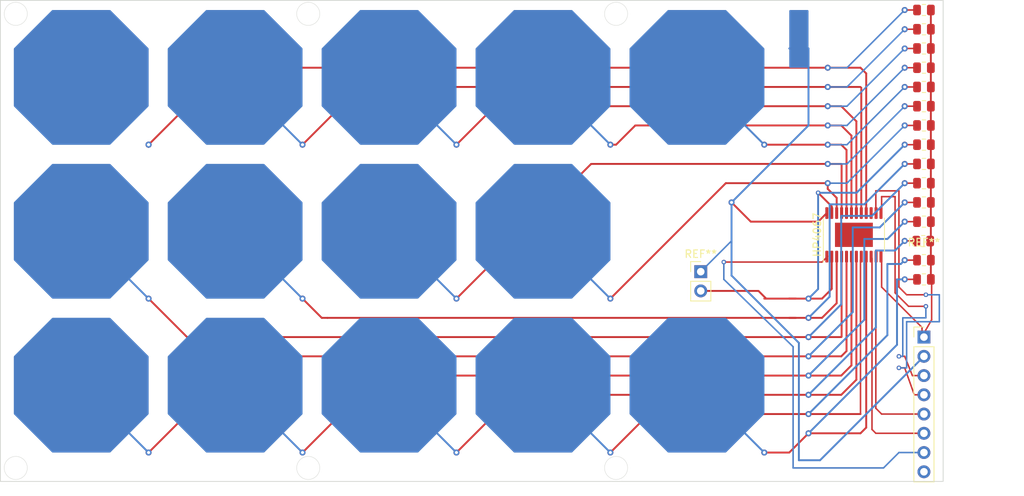
<source format=kicad_pcb>
(kicad_pcb (version 20221018) (generator pcbnew)
  (layers (0 "F.Cu" signal) (31 "B.Cu" signal) (34 "B.Paste" user) (35 "F.Paste" user) (36 "B.SilkS" user "B.Silkscreen") (37 "F.SilkS" user "F.Silkscreen") (38 "B.Mask" user) (39 "F.Mask" user) (44 "Edge.Cuts" user))
  (net 0 "")
  (footprint "Resistor_SMD:R_0805_2012Metric" (layer "F.Cu") (at 223.52 73.66 180)
    (fp_text reference "REF**" hide)
    (fp_text value "R_0805_2012Metric" hide)
    (fp_line (start -0.227064 -0.735) (end 0.227064 -0.735) (stroke (width 0.12)) (layer "F.SilkS"))
    (fp_line (start -0.227064 0.735) (end 0.227064 0.735) (stroke (width 0.12)) (layer "F.SilkS"))
    (pad "1" smd roundrect (at -0.9125 0 180) (size 1.025 1.4) (layers "F.Cu" "F.Paste" "F.Mask") (roundrect_rratio 0.243902439))
    (pad "2" smd roundrect (at 0.9125 0 180) (size 1.025 1.4) (layers "F.Cu" "F.Paste" "F.Mask") (roundrect_rratio 0.243902439))
  )
  (footprint "Resistor_SMD:R_0805_2012Metric" (layer "F.Cu") (at 223.52 78.74 180)
    (fp_text reference "REF**" hide)
    (fp_text value "R_0805_2012Metric" hide)
    (fp_line (start -0.227064 -0.735) (end 0.227064 -0.735) (stroke (width 0.12)) (layer "F.SilkS"))
    (fp_line (start -0.227064 0.735) (end 0.227064 0.735) (stroke (width 0.12)) (layer "F.SilkS"))
    (pad "1" smd roundrect (at -0.9125 0 180) (size 1.025 1.4) (layers "F.Cu" "F.Paste" "F.Mask") (roundrect_rratio 0.243902439))
    (pad "2" smd roundrect (at 0.9125 0 180) (size 1.025 1.4) (layers "F.Cu" "F.Paste" "F.Mask") (roundrect_rratio 0.243902439))
  )
  (footprint "Resistor_SMD:R_0805_2012Metric" (layer "F.Cu") (at 223.52 68.58 180)
    (fp_text reference "REF**" hide)
    (fp_text value "R_0805_2012Metric" hide)
    (fp_line (start -0.227064 -0.735) (end 0.227064 -0.735) (stroke (width 0.12)) (layer "F.SilkS"))
    (fp_line (start -0.227064 0.735) (end 0.227064 0.735) (stroke (width 0.12)) (layer "F.SilkS"))
    (pad "1" smd roundrect (at -0.9125 0 180) (size 1.025 1.4) (layers "F.Cu" "F.Paste" "F.Mask") (roundrect_rratio 0.243902439))
    (pad "2" smd roundrect (at 0.9125 0 180) (size 1.025 1.4) (layers "F.Cu" "F.Paste" "F.Mask") (roundrect_rratio 0.243902439))
  )
  (footprint "Resistor_SMD:R_0805_2012Metric" (layer "F.Cu") (at 223.52 86.36 180)
    (fp_text reference "REF**" hide)
    (fp_text value "R_0805_2012Metric" hide)
    (fp_line (start -0.227064 -0.735) (end 0.227064 -0.735) (stroke (width 0.12)) (layer "F.SilkS"))
    (fp_line (start -0.227064 0.735) (end 0.227064 0.735) (stroke (width 0.12)) (layer "F.SilkS"))
    (pad "1" smd roundrect (at -0.9125 0 180) (size 1.025 1.4) (layers "F.Cu" "F.Paste" "F.Mask") (roundrect_rratio 0.243902439))
    (pad "2" smd roundrect (at 0.9125 0 180) (size 1.025 1.4) (layers "F.Cu" "F.Paste" "F.Mask") (roundrect_rratio 0.243902439))
  )
  (footprint "Connector_PinHeader_2.54mm:PinHeader_1x08_P2.54mm_Vertical" (layer "F.Cu") (at 223.52 96.52)
    (fp_text reference "REF**" (at 0 -12.49) (layer "F.SilkS"))
    (fp_text value "PinHeader_1x08_P2.54mm_Vertical")
    (fp_line (start -1.33 -1.33) (end 0 -1.33) (stroke (width 0.12)) (layer "F.SilkS"))
    (fp_line (start -1.33 0) (end -1.33 -1.33) (stroke (width 0.12)) (layer "F.SilkS"))
    (fp_line (start -1.33 1.27) (end -1.33 19.11) (stroke (width 0.12)) (layer "F.SilkS"))
    (fp_line (start -1.33 1.27) (end 1.33 1.27) (stroke (width 0.12)) (layer "F.SilkS"))
    (fp_line (start -1.33 19.11) (end 1.33 19.11) (stroke (width 0.12)) (layer "F.SilkS"))
    (fp_line (start 1.33 1.27) (end 1.33 19.11) (stroke (width 0.12)) (layer "F.SilkS"))
    (pad "1" thru_hole rect (at 0 0) (size 1.7 1.7) (drill 1) (layers "*.Cu" "*.Mask"))
    (pad "2" thru_hole oval (at 0 2.54) (size 1.7 1.7) (drill 1) (layers "*.Cu" "*.Mask"))
    (pad "3" thru_hole oval (at 0 5.08) (size 1.7 1.7) (drill 1) (layers "*.Cu" "*.Mask"))
    (pad "4" thru_hole oval (at 0 7.62) (size 1.7 1.7) (drill 1) (layers "*.Cu" "*.Mask"))
    (pad "5" thru_hole oval (at 0 10.16) (size 1.7 1.7) (drill 1) (layers "*.Cu" "*.Mask"))
    (pad "6" thru_hole oval (at 0 12.7) (size 1.7 1.7) (drill 1) (layers "*.Cu" "*.Mask"))
    (pad "7" thru_hole oval (at 0 15.24) (size 1.7 1.7) (drill 1) (layers "*.Cu" "*.Mask"))
    (pad "8" thru_hole oval (at 0 17.78) (size 1.7 1.7) (drill 1) (layers "*.Cu" "*.Mask"))
  )
  (footprint "Resistor_SMD:R_0805_2012Metric" (layer "F.Cu") (at 223.52 58.42 180)
    (fp_text reference "REF**" hide)
    (fp_text value "R_0805_2012Metric" hide)
    (fp_line (start -0.227064 -0.735) (end 0.227064 -0.735) (stroke (width 0.12)) (layer "F.SilkS"))
    (fp_line (start -0.227064 0.735) (end 0.227064 0.735) (stroke (width 0.12)) (layer "F.SilkS"))
    (pad "1" smd roundrect (at -0.9125 0 180) (size 1.025 1.4) (layers "F.Cu" "F.Paste" "F.Mask") (roundrect_rratio 0.243902439))
    (pad "2" smd roundrect (at 0.9125 0 180) (size 1.025 1.4) (layers "F.Cu" "F.Paste" "F.Mask") (roundrect_rratio 0.243902439))
  )
  (footprint "Resistor_SMD:R_0805_2012Metric" (layer "F.Cu") (at 223.52 55.88 180)
    (fp_text reference "REF**" hide)
    (fp_text value "R_0805_2012Metric" hide)
    (fp_line (start -0.227064 -0.735) (end 0.227064 -0.735) (stroke (width 0.12)) (layer "F.SilkS"))
    (fp_line (start -0.227064 0.735) (end 0.227064 0.735) (stroke (width 0.12)) (layer "F.SilkS"))
    (pad "1" smd roundrect (at -0.9125 0 180) (size 1.025 1.4) (layers "F.Cu" "F.Paste" "F.Mask") (roundrect_rratio 0.243902439))
    (pad "2" smd roundrect (at 0.9125 0 180) (size 1.025 1.4) (layers "F.Cu" "F.Paste" "F.Mask") (roundrect_rratio 0.243902439))
  )
  (footprint "Resistor_SMD:R_0805_2012Metric" (layer "F.Cu") (at 223.52 76.2 180)
    (fp_text reference "REF**" hide)
    (fp_text value "R_0805_2012Metric" hide)
    (fp_line (start -0.227064 -0.735) (end 0.227064 -0.735) (stroke (width 0.12)) (layer "F.SilkS"))
    (fp_line (start -0.227064 0.735) (end 0.227064 0.735) (stroke (width 0.12)) (layer "F.SilkS"))
    (pad "1" smd roundrect (at -0.9125 0 180) (size 1.025 1.4) (layers "F.Cu" "F.Paste" "F.Mask") (roundrect_rratio 0.243902439))
    (pad "2" smd roundrect (at 0.9125 0 180) (size 1.025 1.4) (layers "F.Cu" "F.Paste" "F.Mask") (roundrect_rratio 0.243902439))
  )
  (footprint "Resistor_SMD:R_0805_2012Metric" (layer "F.Cu") (at 223.52 63.5 180)
    (fp_text reference "REF**" hide)
    (fp_text value "R_0805_2012Metric" hide)
    (fp_line (start -0.227064 -0.735) (end 0.227064 -0.735) (stroke (width 0.12)) (layer "F.SilkS"))
    (fp_line (start -0.227064 0.735) (end 0.227064 0.735) (stroke (width 0.12)) (layer "F.SilkS"))
    (pad "1" smd roundrect (at -0.9125 0 180) (size 1.025 1.4) (layers "F.Cu" "F.Paste" "F.Mask") (roundrect_rratio 0.243902439))
    (pad "2" smd roundrect (at 0.9125 0 180) (size 1.025 1.4) (layers "F.Cu" "F.Paste" "F.Mask") (roundrect_rratio 0.243902439))
  )
  (footprint "Resistor_SMD:R_0805_2012Metric" (layer "F.Cu") (at 223.52 71.12 180)
    (fp_text reference "REF**" hide)
    (fp_text value "R_0805_2012Metric" hide)
    (fp_line (start -0.227064 -0.735) (end 0.227064 -0.735) (stroke (width 0.12)) (layer "F.SilkS"))
    (fp_line (start -0.227064 0.735) (end 0.227064 0.735) (stroke (width 0.12)) (layer "F.SilkS"))
    (pad "1" smd roundrect (at -0.9125 0 180) (size 1.025 1.4) (layers "F.Cu" "F.Paste" "F.Mask") (roundrect_rratio 0.243902439))
    (pad "2" smd roundrect (at 0.9125 0 180) (size 1.025 1.4) (layers "F.Cu" "F.Paste" "F.Mask") (roundrect_rratio 0.243902439))
  )
  (footprint "Resistor_SMD:R_0805_2012Metric" (layer "F.Cu") (at 223.52 60.96 180)
    (fp_text reference "REF**" hide)
    (fp_text value "R_0805_2012Metric" hide)
    (fp_line (start -0.227064 -0.735) (end 0.227064 -0.735) (stroke (width 0.12)) (layer "F.SilkS"))
    (fp_line (start -0.227064 0.735) (end 0.227064 0.735) (stroke (width 0.12)) (layer "F.SilkS"))
    (pad "1" smd roundrect (at -0.9125 0 180) (size 1.025 1.4) (layers "F.Cu" "F.Paste" "F.Mask") (roundrect_rratio 0.243902439))
    (pad "2" smd roundrect (at 0.9125 0 180) (size 1.025 1.4) (layers "F.Cu" "F.Paste" "F.Mask") (roundrect_rratio 0.243902439))
  )
  (footprint "Connector_PinHeader_2.54mm:PinHeader_1x02_P2.54mm_Vertical" (layer "F.Cu") (at 194.056 87.884)
    (fp_text reference "REF**" (at 0 -2.33) (layer "F.SilkS"))
    (fp_text value "PinHeader_1x02_P2.54mm_Vertical")
    (fp_line (start -1.33 -1.33) (end 0 -1.33) (stroke (width 0.12)) (layer "F.SilkS"))
    (fp_line (start -1.33 0) (end -1.33 -1.33) (stroke (width 0.12)) (layer "F.SilkS"))
    (fp_line (start -1.33 1.27) (end -1.33 3.87) (stroke (width 0.12)) (layer "F.SilkS"))
    (fp_line (start -1.33 1.27) (end 1.33 1.27) (stroke (width 0.12)) (layer "F.SilkS"))
    (fp_line (start -1.33 3.87) (end 1.33 3.87) (stroke (width 0.12)) (layer "F.SilkS"))
    (fp_line (start 1.33 1.27) (end 1.33 3.87) (stroke (width 0.12)) (layer "F.SilkS"))
    (pad "1" thru_hole rect (at 0 0) (size 1.7 1.7) (drill 1) (layers "*.Cu" "F.Mask"))
    (pad "2" thru_hole oval (at 0 2.54) (size 1.7 1.7) (drill 1) (layers "*.Cu" "F.Mask"))
  )
  (footprint "Resistor_SMD:R_0805_2012Metric" (layer "F.Cu") (at 223.52 88.9 180)
    (fp_text reference "REF**" hide)
    (fp_text value "R_0805_2012Metric" hide)
    (fp_line (start -0.227064 -0.735) (end 0.227064 -0.735) (stroke (width 0.12)) (layer "F.SilkS"))
    (fp_line (start -0.227064 0.735) (end 0.227064 0.735) (stroke (width 0.12)) (layer "F.SilkS"))
    (pad "1" smd roundrect (at -0.9125 0 180) (size 1.025 1.4) (layers "F.Cu" "F.Paste" "F.Mask") (roundrect_rratio 0.243902439))
    (pad "2" smd roundrect (at 0.9125 0 180) (size 1.025 1.4) (layers "F.Cu" "F.Paste" "F.Mask") (roundrect_rratio 0.243902439))
  )
  (footprint "Resistor_SMD:R_0805_2012Metric" (layer "F.Cu") (at 223.429161 83.844423 180)
    (fp_text reference "REF**" hide)
    (fp_text value "R_0805_2012Metric" hide)
    (fp_line (start -0.227064 -0.735) (end 0.227064 -0.735) (stroke (width 0.12)) (layer "F.SilkS"))
    (fp_line (start -0.227064 0.735) (end 0.227064 0.735) (stroke (width 0.12)) (layer "F.SilkS"))
    (pad "1" smd roundrect (at -0.9125 0 180) (size 1.025 1.4) (layers "F.Cu" "F.Paste" "F.Mask") (roundrect_rratio 0.243902439))
    (pad "2" smd roundrect (at 0.9125 0 180) (size 1.025 1.4) (layers "F.Cu" "F.Paste" "F.Mask") (roundrect_rratio 0.243902439))
  )
  (footprint "Resistor_SMD:R_0805_2012Metric" (layer "F.Cu") (at 223.52 66.04 180)
    (fp_text reference "REF**" hide)
    (fp_text value "R_0805_2012Metric" hide)
    (fp_line (start -0.227064 -0.735) (end 0.227064 -0.735) (stroke (width 0.12)) (layer "F.SilkS"))
    (fp_line (start -0.227064 0.735) (end 0.227064 0.735) (stroke (width 0.12)) (layer "F.SilkS"))
    (pad "1" smd roundrect (at -0.9125 0 180) (size 1.025 1.4) (layers "F.Cu" "F.Paste" "F.Mask") (roundrect_rratio 0.243902439))
    (pad "2" smd roundrect (at 0.9125 0 180) (size 1.025 1.4) (layers "F.Cu" "F.Paste" "F.Mask") (roundrect_rratio 0.243902439))
  )
  (footprint "Package_SO:HTSSOP-24-1EP_4.4x7.8mm_P0.65mm_EP3.2x5mm" (layer "F.Cu") (at 214.275 83.02 90)
    (fp_text reference "HP4067" (at 0 -4.85 90) (layer "F.SilkS"))
    (fp_text value "HTSSOP-24-1EP_4.4x7.8mm_P0.65mm_EP3.2x5mm" hide)
    (fp_line (start 0 -4.035) (end -3.65 -4.035) (stroke (width 0.12)) (layer "F.SilkS"))
    (fp_line (start 0 -4.035) (end 2.2 -4.035) (stroke (width 0.12)) (layer "F.SilkS"))
    (fp_line (start 0 4.035) (end -2.2 4.035) (stroke (width 0.12)) (layer "F.SilkS"))
    (fp_line (start 0 4.035) (end 2.2 4.035) (stroke (width 0.12)) (layer "F.SilkS"))
    (pad "1" smd roundrect (at -2.875 -3.575 90) (size 1.55 0.4) (layers "F.Cu" "F.Paste" "F.Mask"))
    (pad "2" smd roundrect (at -2.875 -2.925 90) (size 1.55 0.4) (layers "F.Cu" "F.Paste" "F.Mask"))
    (pad "3" smd roundrect (at -2.875 -2.275 90) (size 1.55 0.4) (layers "F.Cu" "F.Paste" "F.Mask"))
    (pad "4" smd roundrect (at -2.875 -1.625 90) (size 1.55 0.4) (layers "F.Cu" "F.Paste" "F.Mask"))
    (pad "5" smd roundrect (at -2.875 -0.975 90) (size 1.55 0.4) (layers "F.Cu" "F.Paste" "F.Mask"))
    (pad "6" smd roundrect (at -2.875 -0.325 90) (size 1.55 0.4) (layers "F.Cu" "F.Paste" "F.Mask"))
    (pad "7" smd roundrect (at -2.875 0.325 90) (size 1.55 0.4) (layers "F.Cu" "F.Paste" "F.Mask"))
    (pad "8" smd roundrect (at -2.875 0.975 90) (size 1.55 0.4) (layers "F.Cu" "F.Paste" "F.Mask"))
    (pad "9" smd roundrect (at -2.875 1.625 90) (size 1.55 0.4) (layers "F.Cu" "F.Paste" "F.Mask"))
    (pad "10" smd roundrect (at -2.875 2.275 90) (size 1.55 0.4) (layers "F.Cu" "F.Paste" "F.Mask"))
    (pad "11" smd roundrect (at -2.875 2.925 90) (size 1.55 0.4) (layers "F.Cu" "F.Paste" "F.Mask"))
    (pad "12" smd roundrect (at -2.875 3.575 90) (size 1.55 0.4) (layers "F.Cu" "F.Paste" "F.Mask"))
    (pad "13" smd roundrect (at 2.875 3.575 90) (size 1.55 0.4) (layers "F.Cu" "F.Paste" "F.Mask"))
    (pad "14" smd roundrect (at 2.875 2.925 90) (size 1.55 0.4) (layers "F.Cu" "F.Paste" "F.Mask"))
    (pad "15" smd roundrect (at 2.875 2.275 90) (size 1.55 0.4) (layers "F.Cu" "F.Paste" "F.Mask"))
    (pad "16" smd roundrect (at 2.875 1.625 90) (size 1.55 0.4) (layers "F.Cu" "F.Paste" "F.Mask"))
    (pad "17" smd roundrect (at 2.875 0.975 90) (size 1.55 0.4) (layers "F.Cu" "F.Paste" "F.Mask"))
    (pad "18" smd roundrect (at 2.875 0.325 90) (size 1.55 0.4) (layers "F.Cu" "F.Paste" "F.Mask"))
    (pad "19" smd roundrect (at 2.875 -0.325 90) (size 1.55 0.4) (layers "F.Cu" "F.Paste" "F.Mask"))
    (pad "20" smd roundrect (at 2.875 -0.975 90) (size 1.55 0.4) (layers "F.Cu" "F.Paste" "F.Mask"))
    (pad "21" smd roundrect (at 2.875 -1.625 90) (size 1.55 0.4) (layers "F.Cu" "F.Paste" "F.Mask"))
    (pad "22" smd roundrect (at 2.875 -2.275 90) (size 1.55 0.4) (layers "F.Cu" "F.Paste" "F.Mask"))
    (pad "23" smd roundrect (at 2.875 -2.925 90) (size 1.55 0.4) (layers "F.Cu" "F.Paste" "F.Mask"))
    (pad "24" smd roundrect (at 2.875 -3.575 90) (size 1.55 0.4) (layers "F.Cu" "F.Paste" "F.Mask"))
    (pad "25" smd rect (at 0 0 90) (size 3.2 5) (layers "F.Cu" "F.Mask"))
  )
  (footprint "Resistor_SMD:R_0805_2012Metric" (layer "F.Cu") (at 223.52 81.28 180)
    (fp_text reference "REF**" hide)
    (fp_text value "R_0805_2012Metric" hide)
    (fp_line (start -0.227064 -0.735) (end 0.227064 -0.735) (stroke (width 0.12)) (layer "F.SilkS"))
    (fp_line (start -0.227064 0.735) (end 0.227064 0.735) (stroke (width 0.12)) (layer "F.SilkS"))
    (pad "1" smd roundrect (at -0.9125 0 180) (size 1.025 1.4) (layers "F.Cu" "F.Paste" "F.Mask") (roundrect_rratio 0.243902439))
    (pad "2" smd roundrect (at 0.9125 0 180) (size 1.025 1.4) (layers "F.Cu" "F.Paste" "F.Mask") (roundrect_rratio 0.243902439))
  )
  (footprint "Resistor_SMD:R_0805_2012Metric" (layer "F.Cu") (at 223.52 53.34 180)
    (fp_text reference "REF**" hide)
    (fp_text value "R_0805_2012Metric" hide)
    (fp_line (start -0.227064 -0.735) (end 0.227064 -0.735) (stroke (width 0.12)) (layer "F.SilkS"))
    (fp_line (start -0.227064 0.735) (end 0.227064 0.735) (stroke (width 0.12)) (layer "F.SilkS"))
    (pad "1" smd roundrect (at -0.9125 0 180) (size 1.025 1.4) (layers "F.Cu" "F.Paste" "F.Mask") (roundrect_rratio 0.243902439))
    (pad "2" smd roundrect (at 0.9125 0 180) (size 1.025 1.4) (layers "F.Cu" "F.Paste" "F.Mask") (roundrect_rratio 0.243902439))
  )
  (gr_line (start 220.218 77.216) (end 220.218 89.916) (stroke (width 0.2)) (layer "F.Cu"))
  (gr_line (start 224.536 94.234) (end 223.52 96.012) (stroke (width 0.2)) (layer "F.Cu"))
  (gr_line (start 223.266 95.25) (end 223.266 95.758) (stroke (width 0.2)) (layer "F.Cu"))
  (gr_line (start 220.98 58.42) (end 222.758 58.42) (stroke (width 0.2)) (layer "F.Cu"))
  (gr_line (start 220.98 73.66) (end 222.504 73.66) (stroke (width 0.2)) (layer "F.Cu"))
  (gr_line (start 217.17 77.216) (end 220.218 77.216) (stroke (width 0.2)) (layer "F.Cu"))
  (gr_line (start 220.98 66.04) (end 222.504 66.04) (stroke (width 0.2)) (layer "F.Cu"))
  (gr_line (start 220.98 76.2) (end 222.504 76.2) (stroke (width 0.2)) (layer "F.Cu"))
  (gr_line (start 224.536 89.408) (end 224.536 94.234) (stroke (width 0.2)) (layer "F.Cu"))
  (gr_line (start 221.234 90.932) (end 223.266 90.932) (stroke (width 0.2)) (layer "F.Cu"))
  (gr_line (start 197.104 86.614) (end 210.058 86.614) (stroke (width 0.2)) (layer "F.Cu"))
  (gr_line (start 219.71 90.678) (end 219.71 77.978) (stroke (width 0.2)) (layer "F.Cu"))
  (gr_line (start 220.98 100.584) (end 222.25 104.14) (stroke (width 0.2)) (layer "F.Cu"))
  (gr_line (start 220.218 89.916) (end 221.234 90.932) (stroke (width 0.2)) (layer "F.Cu"))
  (gr_line (start 222.25 104.14) (end 223.52 104.14) (stroke (width 0.2)) (layer "F.Cu"))
  (gr_line (start 220.98 71.12) (end 222.504 71.12) (stroke (width 0.2)) (layer "F.Cu"))
  (gr_line (start 220.98 53.34) (end 222.504 53.34) (stroke (width 0.2)) (layer "F.Cu"))
  (gr_line (start 220.98 68.58) (end 222.504 68.58) (stroke (width 0.2)) (layer "F.Cu"))
  (gr_line (start 220.218 99.06) (end 220.98 99.06) (stroke (width 0.2)) (layer "F.Cu"))
  (gr_line (start 217.17 86.106) (end 217.17 105.918) (stroke (width 0.2)) (layer "F.Cu"))
  (gr_line (start 217.17 80.01) (end 217.17 77.216) (stroke (width 0.2)) (layer "F.Cu"))
  (gr_line (start 219.71 77.978) (end 217.932 77.978) (stroke (width 0.2)) (layer "F.Cu"))
  (gr_line (start 220.98 99.06) (end 221.996 101.6) (stroke (width 0.2)) (layer "F.Cu"))
  (gr_line (start 210.058 86.614) (end 210.82 85.852) (stroke (width 0.2)) (layer "F.Cu"))
  (gr_line (start 221.234 88.9) (end 222.504 88.9) (stroke (width 0.2)) (layer "F.Cu"))
  (gr_line (start 220.98 81.28) (end 222.504 81.28) (stroke (width 0.2)) (layer "F.Cu"))
  (gr_line (start 216.662 86.106) (end 216.662 108.712) (stroke (width 0.2)) (layer "F.Cu"))
  (gr_line (start 217.932 89.916) (end 223.266 95.25) (stroke (width 0.2)) (layer "F.Cu"))
  (gr_line (start 220.98 63.5) (end 222.504 63.5) (stroke (width 0.2)) (layer "F.Cu"))
  (gr_line (start 221.488 92.456) (end 219.71 90.678) (stroke (width 0.2)) (layer "F.Cu"))
  (gr_line (start 220.98 78.74) (end 222.504 78.74) (stroke (width 0.2)) (layer "F.Cu"))
  (gr_line (start 220.98 83.82) (end 222.504 83.82) (stroke (width 0.2)) (layer "F.Cu"))
  (gr_line (start 220.98 55.88) (end 222.504 55.88) (stroke (width 0.2)) (layer "F.Cu"))
  (gr_line (start 217.932 106.68) (end 223.266 106.68) (stroke (width 0.2)) (layer "F.Cu"))
  (gr_line (start 217.17 109.22) (end 223.012 109.22) (stroke (width 0.2)) (layer "F.Cu"))
  (gr_line (start 217.932 77.978) (end 217.932 79.502) (stroke (width 0.2)) (layer "F.Cu"))
  (gr_line (start 221.996 101.6) (end 223.52 101.6) (stroke (width 0.2)) (layer "F.Cu"))
  (gr_line (start 223.266 90.932) (end 223.774 90.932) (stroke (width 0.2)) (layer "F.Cu"))
  (gr_line (start 220.98 86.36) (end 222.504 86.36) (stroke (width 0.2)) (layer "F.Cu"))
  (gr_line (start 215.145 86.36) (end 215.145 106.68) (stroke (width 0.2)) (layer "F.Cu"))
  (gr_line (start 217.932 86.106) (end 217.932 89.916) (stroke (width 0.2)) (layer "F.Cu"))
  (gr_line (start 220.218 100.584) (end 220.98 100.584) (stroke (width 0.2)) (layer "F.Cu"))
  (gr_line (start 223.774 92.456) (end 221.488 92.456) (stroke (width 0.2)) (layer "F.Cu"))
  (gr_line (start 220.98 60.96) (end 222.504 60.96) (stroke (width 0.2)) (layer "F.Cu"))
  (gr_line (start 217.17 105.918) (end 217.932 106.68) (stroke (width 0.2)) (layer "F.Cu"))
  (gr_line (start 216.662 108.712) (end 217.17 109.22) (stroke (width 0.2)) (layer "F.Cu"))
  (gr_line (start 206.248 97.79) (end 206.248 113.792) (stroke (width 0.2)) (layer "B.Cu"))
  (gr_line (start 213.36 73.66) (end 220.98 66.04) (stroke (width 0.2)) (layer "B.Cu"))
  (gr_line (start 225.552 90.932) (end 225.552 94.488) (stroke (width 0.2)) (layer "B.Cu"))
  (gr_line (start 213.36 66.04) (end 210.82 66.04) (stroke (width 0.2)) (layer "B.Cu"))
  (gr_line (start 220.98 63.5) (end 213.36 71.12) (stroke (width 0.2)) (layer "B.Cu"))
  (gr_line (start 206.248 113.792) (end 218.186 113.792) (stroke (width 0.2)) (layer "B.Cu"))
  (gr_line (start 213.36 63.5) (end 210.82 63.5) (stroke (width 0.2)) (layer "B.Cu"))
  (gr_line (start 220.726 99.06) (end 220.218 99.06) (stroke (width 0.2)) (layer "B.Cu"))
  (gr_line (start 210.82 73.66) (end 213.36 73.66) (stroke (width 0.2)) (layer "B.Cu"))
  (gr_line (start 218.186 113.792) (end 220.218 111.76) (stroke (width 0.2)) (layer "B.Cu"))
  (gr_line (start 225.552 94.488) (end 221.234 94.488) (stroke (width 0.2)) (layer "B.Cu"))
  (gr_line (start 221.234 100.584) (end 220.218 100.584) (stroke (width 0.2)) (layer "B.Cu"))
  (gr_line (start 220.98 58.42) (end 213.36 66.04) (stroke (width 0.2)) (layer "B.Cu"))
  (gr_line (start 223.774 92.456) (end 223.774 93.98) (stroke (width 0.2)) (layer "B.Cu"))
  (gr_line (start 213.36 71.12) (end 210.82 71.12) (stroke (width 0.2)) (layer "B.Cu"))
  (gr_line (start 223.774 90.932) (end 225.552 90.932) (stroke (width 0.2)) (layer "B.Cu"))
  (gr_line (start 213.36 76.2) (end 220.98 68.58) (stroke (width 0.2)) (layer "B.Cu"))
  (gr_line (start 220.98 60.96) (end 213.36 68.58) (stroke (width 0.2)) (layer "B.Cu"))
  (gr_line (start 210.82 76.2) (end 213.36 76.2) (stroke (width 0.2)) (layer "B.Cu"))
  (gr_line (start 197.104 88.9) (end 206.248 97.79) (stroke (width 0.2)) (layer "B.Cu"))
  (gr_line (start 223.774 93.98) (end 220.726 93.98) (stroke (width 0.2)) (layer "B.Cu"))
  (gr_line (start 220.218 111.76) (end 223.52 111.76) (stroke (width 0.2)) (layer "B.Cu"))
  (gr_line (start 220.726 93.98) (end 220.726 99.06) (stroke (width 0.2)) (layer "B.Cu"))
  (gr_line (start 213.36 60.96) (end 210.82 60.96) (stroke (width 0.2)) (layer "B.Cu"))
  (gr_line (start 220.98 55.88) (end 213.36 63.5) (stroke (width 0.2)) (layer "B.Cu"))
  (gr_line (start 197.104 86.614) (end 197.104 88.9) (stroke (width 0.2)) (layer "B.Cu"))
  (gr_line (start 221.234 94.488) (end 221.234 100.584) (stroke (width 0.2)) (layer "B.Cu"))
  (gr_line (start 220.98 53.34) (end 213.36 60.96) (stroke (width 0.2)) (layer "B.Cu"))
  (gr_line (start 213.36 68.58) (end 210.82 68.58) (stroke (width 0.2)) (layer "B.Cu"))
  (gr_circle (center 182.88 53.848) (end 182.88 55.372) (stroke (width 0.05)) (fill none) (layer "Edge.Cuts"))
  (gr_circle (center 182.88 113.792) (end 182.88 115.316) (stroke (width 0.05)) (fill none) (layer "Edge.Cuts"))
  (gr_circle (center 103.632 53.848) (end 103.632 55.372) (stroke (width 0.05)) (fill none) (layer "Edge.Cuts"))
  (gr_circle (center 103.632 113.792) (end 103.632 115.316) (stroke (width 0.05)) (fill none) (layer "Edge.Cuts"))
  (gr_rect (start 101.6 52.07) (end 226.06 115.57) (stroke (width 0.1)) (fill none) (layer "Edge.Cuts"))
  (gr_circle (center 142.24 53.848) (end 142.24 55.372) (stroke (width 0.05)) (fill none) (layer "Edge.Cuts"))
  (gr_circle (center 142.24 113.792) (end 142.24 115.316) (stroke (width 0.05)) (fill none) (layer "Edge.Cuts"))
  (segment (start 213.3 71.815) (end 212.605 71.12) (width 0.25) (layer "F.Cu") (net 0))
  (segment (start 213.95 100.255) (end 212.605 101.6) (width 0.25) (layer "F.Cu") (net 0))
  (segment (start 215.9 80.145) (end 215.9 61.715) (width 0.25) (layer "F.Cu") (net 0))
  (segment (start 223.197875 96.197875) (end 223.52 96.52) (width 0) (layer "F.Cu") (net 0))
  (segment (start 206.6125 91.44) (end 205.74 91.44) (width 0.25) (layer "F.Cu") (net 0))
  (segment (start 216.55 108.6) (end 216.55 85.895) (width 0) (layer "F.Cu") (net 0))
  (segment (start 209.981 86.614) (end 210.7 85.895) (width 0) (layer "F.Cu") (net 0))
  (segment (start 215.145 106.68) (end 213.5175 106.68) (width 0) (layer "F.Cu") (net 0))
  (segment (start 217.2 105.888) (end 217.17 105.918) (width 0) (layer "F.Cu") (net 0))
  (segment (start 213.3 98.365) (end 213.3 85.895) (width 0.25) (layer "F.Cu") (net 0))
  (segment (start 214.6 102.145) (end 212.605 104.14) (width 0.25) (layer "F.Cu") (net 0))
  (segment (start 219.71 90.678) (end 221.488 92.456) (width 0) (layer "F.Cu") (net 0))
  (segment (start 166.885 66.04) (end 161.805 71.12) (width 0.25) (layer "F.Cu") (net 0))
  (segment (start 208.28 106.68) (end 208.4375 106.68) (width 0.25) (layer "F.Cu") (net 0))
  (segment (start 223.52 109.22) (end 217.17 109.22) (width 0) (layer "F.Cu") (net 0))
  (segment (start 208.28 93.98) (end 205.74 93.98) (width 0.25) (layer "F.Cu") (net 0))
  (segment (start 210.82 66.04) (end 166.885 66.04) (width 0.25) (layer "F.Cu") (net 0))
  (segment (start 202.692 91.44) (end 202.445 91.44) (width 0.25) (layer "F.Cu") (net 0))
  (segment (start 212.605 99.06) (end 213.3 98.365) (width 0.25) (layer "F.Cu") (net 0))
  (segment (start 224.4325 53.34) (end 224.4325 55.88) (width 0) (layer "F.Cu") (net 0))
  (segment (start 213.3 80.145) (end 213.3 71.815) (width 0.25) (layer "F.Cu") (net 0))
  (segment (start 210.82 76.955) (end 210.82 76.2) (width 0.25) (layer "F.Cu") (net 0))
  (segment (start 208.28 101.6) (end 151.645 101.6) (width 0.25) (layer "F.Cu") (net 0))
  (segment (start 217.85 78.06) (end 217.932 77.978) (width 0) (layer "F.Cu") (net 0))
  (segment (start 169.425 104.14) (end 161.805 111.76) (width 0.25) (layer "F.Cu") (net 0))
  (segment (start 208.28 109.22) (end 205.74 111.76) (width 0.25) (layer "F.Cu") (net 0))
  (segment (start 198.12 78.74) (end 200.66 81.28) (width 0.25) (layer "F.Cu") (net 0))
  (segment (start 208.28 96.52) (end 126.245 96.52) (width 0.25) (layer "F.Cu") (net 0))
  (segment (start 126.245 96.52) (end 121.165 91.44) (width 0.25) (layer "F.Cu") (net 0))
  (segment (start 202.692 91.44) (end 201.676 90.424) (width 0.25) (layer "F.Cu") (net 0))
  (segment (start 215.25 80.145) (end 215.25 63.605) (width 0.25) (layer "F.Cu") (net 0))
  (segment (start 212.605 104.14) (end 208.28 104.14) (width 0.25) (layer "F.Cu") (net 0))
  (segment (start 206.6125 96.52) (end 126.245 96.52) (width 0) (layer "F.Cu") (net 0))
  (segment (start 208.28 109.22) (end 215.145 109.22) (width 0.25) (layer "F.Cu") (net 0))
  (segment (start 224.4325 53.34) (end 224.4325 88.9) (width 0.25) (layer "F.Cu") (net 0))
  (segment (start 212 80.145) (end 212 78.135) (width 0.25) (layer "F.Cu") (net 0))
  (segment (start 208.28 93.98) (end 208.4375 93.98) (width 0.25) (layer "F.Cu") (net 0))
  (segment (start 208.28 91.44) (end 208.4375 91.44) (width 0.25) (layer "F.Cu") (net 0))
  (segment (start 215.25 106.575) (end 215.145 106.68) (width 0) (layer "F.Cu") (net 0))
  (segment (start 215.9 108.465) (end 215.9 85.895) (width 0.25) (layer "F.Cu") (net 0))
  (segment (start 212.605 68.58) (end 210.82 68.58) (width 0.25) (layer "F.Cu") (net 0))
  (segment (start 197.365 76.2) (end 182.125 91.44) (width 0.25) (layer "F.Cu") (net 0))
  (segment (start 206.6125 104.14) (end 169.425 104.14) (width 0) (layer "F.Cu") (net 0))
  (segment (start 211.35 90.155) (end 210.065 91.44) (width 0.25) (layer "F.Cu") (net 0))
  (segment (start 208.28 99.06) (end 212.605 99.06) (width 0.25) (layer "F.Cu") (net 0))
  (segment (start 217.932 77.978) (end 219.71 77.978) (width 0) (layer "F.Cu") (net 0))
  (segment (start 210.82 71.12) (end 202.445 71.12) (width 0.25) (layer "F.Cu") (net 0))
  (segment (start 187.205 106.68) (end 182.125 111.76) (width 0.25) (layer "F.Cu") (net 0))
  (segment (start 206.6125 106.68) (end 187.205 106.68) (width 0) (layer "F.Cu") (net 0))
  (segment (start 217.17 109.22) (end 216.55 108.6) (width 0) (layer "F.Cu") (net 0))
  (segment (start 131.325 60.96) (end 121.165 71.12) (width 0.25) (layer "F.Cu") (net 0))
  (segment (start 217.85 80.145) (end 217.85 78.06) (width 0) (layer "F.Cu") (net 0))
  (segment (start 214.6 80.145) (end 214.6 68.035) (width 0.25) (layer "F.Cu") (net 0))
  (segment (start 208.28 101.6) (end 208.4375 101.6) (width 0.25) (layer "F.Cu") (net 0))
  (segment (start 212 85.895) (end 212 92.045) (width 0.25) (layer "F.Cu") (net 0))
  (segment (start 149.105 63.5) (end 141.485 71.12) (width 0.25) (layer "F.Cu") (net 0))
  (segment (start 208.28 106.68) (end 187.205 106.68) (width 0.25) (layer "F.Cu") (net 0))
  (segment (start 208.28 104.14) (end 169.425 104.14) (width 0.25) (layer "F.Cu") (net 0))
  (segment (start 214.6 68.035) (end 212.605 66.04) (width 0.25) (layer "F.Cu") (net 0))
  (segment (start 212.65 85.895) (end 212.65 96.475) (width 0.25) (layer "F.Cu") (net 0))
  (segment (start 144.025 93.98) (end 141.485 91.44) (width 0.25) (layer "F.Cu") (net 0))
  (segment (start 208.4375 109.22) (end 208.28 109.22) (width 0.25) (layer "F.Cu") (net 0))
  (segment (start 201.676 90.424) (end 194.056 90.424) (width 0.25) (layer "F.Cu") (net 0))
  (segment (start 215.145 109.22) (end 213.5175 109.22) (width 0) (layer "F.Cu") (net 0))
  (segment (start 205.74 91.44) (end 202.692 91.44) (width 0.25) (layer "F.Cu") (net 0))
  (segment (start 208.28 104.14) (end 208.4375 104.14) (width 0.25) (layer "F.Cu") (net 0))
  (segment (start 182.88 71.12) (end 182.125 71.12) (width 0.25) (layer "F.Cu") (net 0))
  (segment (start 213.95 80.145) (end 213.95 69.925) (width 0.25) (layer "F.Cu") (net 0))
  (segment (start 212.605 101.6) (end 208.28 101.6) (width 0.25) (layer "F.Cu") (net 0))
  (segment (start 209.55 77.47) (end 211.35 79.27) (width 0.25) (layer "F.Cu") (net 0))
  (segment (start 215.145 106.68) (end 208.28 106.68) (width 0.25) (layer "F.Cu") (net 0))
  (segment (start 212.605 66.04) (end 210.82 66.04) (width 0.25) (layer "F.Cu") (net 0))
  (segment (start 211.35 79.27) (end 211.35 80.145) (width 0.25) (layer "F.Cu") (net 0))
  (segment (start 215.25 85.895) (end 215.25 106.575) (width 0) (layer "F.Cu") (net 0))
  (segment (start 212.65 96.475) (end 212.605 96.52) (width 0) (layer "F.Cu") (net 0))
  (segment (start 210.82 60.96) (end 131.325 60.96) (width 0.25) (layer "F.Cu") (net 0))
  (segment (start 209.565 81.28) (end 210.7 80.145) (width 0.25) (layer "F.Cu") (net 0))
  (segment (start 200.66 81.28) (end 209.565 81.28) (width 0.25) (layer "F.Cu") (net 0))
  (segment (start 208.28 99.06) (end 133.865 99.06) (width 0.25) (layer "F.Cu") (net 0))
  (segment (start 224.4325 78.74) (end 224.4325 77.1125) (width 0) (layer "F.Cu") (net 0))
  (segment (start 217.932 106.68) (end 223.52 106.68) (width 0) (layer "F.Cu") (net 0))
  (segment (start 210.82 76.2) (end 197.365 76.2) (width 0.25) (layer "F.Cu") (net 0))
  (segment (start 208.28 96.52) (end 208.4375 96.52) (width 0.25) (layer "F.Cu") (net 0))
  (segment (start 210.82 73.66) (end 179.585 73.66) (width 0.25) (layer "F.Cu") (net 0))
  (segment (start 212 78.135) (end 210.82 76.955) (width 0.25) (layer "F.Cu") (net 0))
  (segment (start 205.74 91.44) (end 208.28 91.44) (width 0.25) (layer "F.Cu") (net 0))
  (segment (start 215.25 63.605) (end 215.145 63.5) (width 0) (layer "F.Cu") (net 0))
  (segment (start 221.488 92.456) (end 223.774 92.456) (width 0) (layer "F.Cu") (net 0))
  (segment (start 213.95 69.925) (end 212.605 68.58) (width 0.25) (layer "F.Cu") (net 0))
  (segment (start 217.17 105.918) (end 217.932 106.68) (width 0) (layer "F.Cu") (net 0))
  (segment (start 214.6 85.895) (end 214.6 102.145) (width 0.25) (layer "F.Cu") (net 0))
  (segment (start 208.4375 99.06) (end 208.28 99.06) (width 0.25) (layer "F.Cu") (net 0))
  (segment (start 205.74 111.76) (end 202.445 111.76) (width 0.25) (layer "F.Cu") (net 0))
  (segment (start 206.6125 101.6) (end 151.645 101.6) (width 0) (layer "F.Cu") (net 0))
  (segment (start 215.145 60.96) (end 210.82 60.96) (width 0.25) (layer "F.Cu") (net 0))
  (segment (start 179.585 73.66) (end 161.805 91.44) (width 0.25) (layer "F.Cu") (net 0))
  (segment (start 206.6125 99.06) (end 133.865 99.06) (width 0) (layer "F.Cu") (net 0))
  (segment (start 185.42 68.58) (end 182.88 71.12) (width 0.25) (layer "F.Cu") (net 0))
  (segment (start 144.78 93.98) (end 144.025 93.98) (width 0.25) (layer "F.Cu") (net 0))
  (segment (start 212.65 73.705) (end 212.605 73.66) (width 0) (layer "F.Cu") (net 0))
  (segment (start 217.85 89.834) (end 223.197875 95.181875) (width 0) (layer "F.Cu") (net 0))
  (segment (start 210.82 68.58) (end 185.42 68.58) (width 0.25) (layer "F.Cu") (net 0))
  (segment (start 151.645 101.6) (end 141.485 111.76) (width 0.25) (layer "F.Cu") (net 0))
  (segment (start 213.95 85.895) (end 213.95 100.255) (width 0.25) (layer "F.Cu") (net 0))
  (segment (start 210.82 63.5) (end 149.105 63.5) (width 0.25) (layer "F.Cu") (net 0))
  (segment (start 212 92.045) (end 210.065 93.98) (width 0.25) (layer "F.Cu") (net 0))
  (segment (start 215.145 109.22) (end 215.9 108.465) (width 0.25) (layer "F.Cu") (net 0))
  (segment (start 215.9 61.715) (end 215.145 60.96) (width 0.25) (layer "F.Cu") (net 0))
  (segment (start 210.065 93.98) (end 208.28 93.98) (width 0.25) (layer "F.Cu") (net 0))
  (segment (start 211.35 85.895) (end 211.35 90.155) (width 0.25) (layer "F.Cu") (net 0))
  (segment (start 206.6125 93.98) (end 144.78 93.98) (width 0.25) (layer "F.Cu") (net 0))
  (segment (start 212.65 80.145) (end 212.65 73.705) (width 0.25) (layer "F.Cu") (net 0))
  (segment (start 217.2 85.895) (end 217.2 105.888) (width 0) (layer "F.Cu") (net 0))
  (segment (start 197.104 86.614) (end 209.981 86.614) (width 0) (layer "F.Cu") (net 0))
  (segment (start 212.605 73.66) (end 210.82 73.66) (width 0.25) (layer "F.Cu") (net 0))
  (segment (start 212.605 71.12) (end 210.82 71.12) (width 0.25) (layer "F.Cu") (net 0))
  (segment (start 215.145 63.5) (end 210.82 63.5) (width 0.25) (layer "F.Cu") (net 0))
  (segment (start 210.065 91.44) (end 208.28 91.44) (width 0.25) (layer "F.Cu") (net 0))
  (segment (start 217.85 85.895) (end 217.85 89.834) (width 0) (layer "F.Cu") (net 0))
  (segment (start 133.865 99.06) (end 121.165 111.76) (width 0.25) (layer "F.Cu") (net 0))
  (segment (start 223.197875 95.181875) (end 223.197875 96.197875) (width 0) (layer "F.Cu") (net 0))
  (segment (start 212.605 96.52) (end 208.28 96.52) (width 0.25) (layer "F.Cu") (net 0))
  (segment (start 219.71 77.978) (end 219.71 90.678) (width 0) (layer "F.Cu") (net 0))
  (via (at 161.805 71.12) (size 0.8) (drill 0.4) (layers "F.Cu" "B.Cu") (net 0))
  (via (at 208.28 93.98) (size 0.8) (drill 0.4) (layers "F.Cu" "B.Cu") (net 0))
  (via (at 208.28 96.52) (size 0.8) (drill 0.4) (layers "F.Cu" "B.Cu") (net 0))
  (via (at 223.774 90.932) (size 0.6) (drill 0.3) (layers "F.Cu" "B.Cu") (net 0))
  (via (at 208.28 104.14) (size 0.8) (drill 0.4) (layers "F.Cu" "B.Cu") (net 0))
  (via (at 210.82 66.04) (size 0.8) (drill 0.4) (layers "F.Cu" "B.Cu") (net 0))
  (via (at 208.28 109.22) (size 0.8) (drill 0.4) (layers "F.Cu" "B.Cu") (net 0))
  (via (at 220.98 83.82) (size 0.8) (drill 0.4) (layers "F.Cu" "B.Cu") (net 0))
  (via (at 198.12 78.74) (size 0.8) (drill 0.4) (layers "F.Cu" "B.Cu") (net 0))
  (via (at 208.28 91.44) (size 0.8) (drill 0.4) (layers "F.Cu" "B.Cu") (net 0))
  (via (at 220.98 66.04) (size 0.8) (drill 0.4) (layers "F.Cu" "B.Cu") (net 0))
  (via (at 220.98 58.42) (size 0.8) (drill 0.4) (layers "F.Cu" "B.Cu") (net 0))
  (via (at 223.774 92.456) (size 0.6) (drill 0.3) (layers "F.Cu" "B.Cu") (net 0))
  (via (at 208.28 101.6) (size 0.8) (drill 0.4) (layers "F.Cu" "B.Cu") (net 0))
  (via (at 220.98 53.34) (size 0.8) (drill 0.4) (layers "F.Cu" "B.Cu") (net 0))
  (via (at 210.82 73.66) (size 0.8) (drill 0.4) (layers "F.Cu" "B.Cu") (net 0))
  (via (at 220.98 55.88) (size 0.8) (drill 0.4) (layers "F.Cu" "B.Cu") (net 0))
  (via (at 121.165 71.12) (size 0.8) (drill 0.4) (layers "F.Cu" "B.Cu") (net 0))
  (via (at 220.98 88.9) (size 0.8) (drill 0.4) (layers "F.Cu" "B.Cu") (net 0))
  (via (at 220.218 99.06) (size 0.6) (drill 0.3) (layers "F.Cu" "B.Cu") (net 0))
  (via (at 182.125 111.76) (size 0.8) (drill 0.4) (layers "F.Cu" "B.Cu") (net 0))
  (via (at 220.98 71.12) (size 0.8) (drill 0.4) (layers "F.Cu" "B.Cu") (net 0))
  (via (at 210.82 68.58) (size 0.8) (drill 0.4) (layers "F.Cu" "B.Cu") (net 0))
  (via (at 121.165 111.76) (size 0.8) (drill 0.4) (layers "F.Cu" "B.Cu") (net 0))
  (via (at 208.28 99.06) (size 0.8) (drill 0.4) (layers "F.Cu" "B.Cu") (net 0))
  (via (at 209.55 77.47) (size 0.6) (drill 0.3) (layers "F.Cu" "B.Cu") (net 0))
  (via (at 220.98 76.2) (size 0.8) (drill 0.4) (layers "F.Cu" "B.Cu") (net 0))
  (via (at 210.82 60.96) (size 0.8) (drill 0.4) (layers "F.Cu" "B.Cu") (net 0))
  (via (at 210.82 71.12) (size 0.8) (drill 0.4) (layers "F.Cu" "B.Cu") (net 0))
  (via (at 210.82 63.5) (size 0.8) (drill 0.4) (layers "F.Cu" "B.Cu") (net 0))
  (via (at 220.218 100.584) (size 0.6) (drill 0.3) (layers "F.Cu" "B.Cu") (net 0))
  (via (at 141.485 71.12) (size 0.8) (drill 0.4) (layers "F.Cu" "B.Cu") (net 0))
  (via (at 121.165 71.12) (size 0.8) (drill 0.4) (layers "F.Cu" "B.Cu") (net 0))
  (via (at 208.28 96.52) (size 0.8) (drill 0.4) (layers "F.Cu" "B.Cu") (net 0))
  (via (at 161.805 91.44) (size 0.8) (drill 0.4) (layers "F.Cu" "B.Cu") (net 0))
  (via (at 141.485 91.44) (size 0.8) (drill 0.4) (layers "F.Cu" "B.Cu") (net 0))
  (via (at 220.98 81.28) (size 0.8) (drill 0.4) (layers "F.Cu" "B.Cu") (net 0))
  (via (at 220.98 68.58) (size 0.8) (drill 0.4) (layers "F.Cu" "B.Cu") (net 0))
  (via (at 210.82 76.2) (size 0.8) (drill 0.4) (layers "F.Cu" "B.Cu") (net 0))
  (via (at 182.125 91.44) (size 0.8) (drill 0.4) (layers "F.Cu" "B.Cu") (net 0))
  (via (at 208.28 106.68) (size 0.8) (drill 0.4) (layers "F.Cu" "B.Cu") (net 0))
  (via (at 220.98 78.74) (size 0.8) (drill 0.4) (layers "F.Cu" "B.Cu") (net 0))
  (via (at 220.98 63.5) (size 0.8) (drill 0.4) (layers "F.Cu" "B.Cu") (net 0))
  (via (at 202.445 71.12) (size 0.8) (drill 0.4) (layers "F.Cu" "B.Cu") (net 0))
  (via (at 220.98 73.66) (size 0.8) (drill 0.4) (layers "F.Cu" "B.Cu") (net 0))
  (via (at 161.805 111.76) (size 0.8) (drill 0.4) (layers "F.Cu" "B.Cu") (net 0))
  (via (at 202.445 111.76) (size 0.8) (drill 0.4) (layers "F.Cu" "B.Cu") (net 0))
  (via (at 121.165 91.44) (size 0.8) (drill 0.4) (layers "F.Cu" "B.Cu") (net 0))
  (via (at 182.125 71.12) (size 0.8) (drill 0.4) (layers "F.Cu" "B.Cu") (net 0))
  (via (at 197.104 86.614) (size 0.6) (drill 0.3) (layers "F.Cu" "B.Cu") (net 0))
  (via (at 220.98 60.96) (size 0.8) (drill 0.4) (layers "F.Cu" "B.Cu") (net 0))
  (via (at 141.485 111.76) (size 0.8) (drill 0.4) (layers "F.Cu" "B.Cu") (net 0))
  (via (at 220.98 86.36) (size 0.8) (drill 0.4) (layers "F.Cu" "B.Cu") (net 0))
  (segment (start 158.503 67.818) (end 158.496 67.818) (width 0.25) (layer "B.Cu") (net 0))
  (segment (start 208.28 99.06) (end 214.122 93.218) (width 0.25) (layer "B.Cu") (net 0))
  (segment (start 141.478 71.12) (end 138.176 67.818) (width 0.25) (layer "B.Cu") (net 0))
  (segment (start 217.932 113.792) (end 219.964 111.76) (width 0) (layer "B.Cu") (net 0))
  (segment (start 161.805 111.76) (end 161.798 111.76) (width 0.25) (layer "B.Cu") (net 0))
  (segment (start 219.964 111.76) (end 223.52 111.76) (width 0) (layer "B.Cu") (net 0))
  (segment (start 215.646 94.234) (end 215.646 83.566) (width 0.25) (layer "B.Cu") (net 0))
  (segment (start 121.158 91.44) (end 118.11 88.392) (width 0.25) (layer "B.Cu") (net 0))
  (segment (start 217.17 95.25) (end 217.17 85.09) (width 0.25) (layer "B.Cu") (net 0))
  (segment (start 218.694 96.266) (end 218.694 86.868) (width 0.25) (layer "B.Cu") (net 0))
  (segment (start 161.798 91.44) (end 158.496 88.138) (width 0.25) (layer "B.Cu") (net 0))
  (segment (start 212.598 92.202) (end 212.598 80.518) (width 0.25) (layer "B.Cu") (net 0))
  (segment (start 121.165 91.44) (end 121.158 91.44) (width 0.25) (layer "B.Cu") (net 0))
  (segment (start 208.28 109.22) (end 219.964 97.536) (width 0.25) (layer "B.Cu") (net 0))
  (segment (start 141.485 111.76) (end 141.478 111.76) (width 0.25) (layer "B.Cu") (net 0))
  (segment (start 219.964 97.536) (end 219.964 88.9) (width 0.25) (layer "B.Cu") (net 0))
  (segment (start 178.823 67.818) (end 178.816 67.818) (width 0.25) (layer "B.Cu") (net 0))
  (segment (start 214.122 93.218) (end 214.122 82.042) (width 0.25) (layer "B.Cu") (net 0))
  (segment (start 214.63 77.47) (end 220.98 71.12) (width 0.25) (layer "B.Cu") (net 0))
  (segment (start 182.118 91.44) (end 178.562 87.884) (width 0.25) (layer "B.Cu") (net 0))
  (segment (start 194.056 87.884) (end 198.12 83.82) (width 0.2) (layer "B.Cu") (net 0))
  (segment (start 208.28 93.98) (end 211.074 91.186) (width 0.25) (layer "B.Cu") (net 0))
  (segment (start 182.125 111.76) (end 182.118 111.76) (width 0.25) (layer "B.Cu") (net 0))
  (segment (start 161.805 71.12) (end 158.503 67.818) (width 0.25) (layer "B.Cu") (net 0))
  (segment (start 197.104 86.614) (end 197.104 88.646) (width 0) (layer "B.Cu") (net 0))
  (segment (start 216.662 80.518) (end 220.98 76.2) (width 0.25) (layer "B.Cu") (net 0))
  (segment (start 214.122 82.042) (end 217.678 82.042) (width 0.25) (layer "B.Cu") (net 0))
  (segment (start 215.646 78.994) (end 220.98 73.66) (width 0.25) (layer "B.Cu") (net 0))
  (segment (start 202.445 71.12) (end 202.438 71.12) (width 0.25) (layer "B.Cu") (net 0))
  (segment (start 208.28 58.42) (end 205.74 58.42) (width 0.25) (layer "B.Cu") (net 0))
  (segment (start 182.118 111.76) (end 179.07 108.712) (width 0.25) (layer "B.Cu") (net 0))
  (segment (start 161.805 91.44) (end 161.798 91.44) (width 0.25) (layer "B.Cu") (net 0))
  (segment (start 121.165 111.76) (end 121.158 111.76) (width 0.25) (layer "B.Cu") (net 0))
  (segment (start 209.804 112.776) (end 223.52 99.06) (width 0.25) (layer "B.Cu") (net 0))
  (segment (start 211.074 78.994) (end 215.646 78.994) (width 0.25) (layer "B.Cu") (net 0))
  (segment (start 208.28 101.6) (end 215.646 94.234) (width 0.25) (layer "B.Cu") (net 0))
  (segment (start 202.438 71.12) (end 199.39 68.072) (width 0.25) (layer "B.Cu") (net 0))
  (segment (start 141.478 91.44) (end 138.176 88.138) (width 0.25) (layer "B.Cu") (net 0))
  (segment (start 207.01 97.282) (end 207.01 112.776) (width 0.25) (layer "B.Cu") (net 0))
  (segment (start 220.98 66.04) (end 213.36 73.66) (width 0) (layer "B.Cu") (net 0))
  (segment (start 202.438 111.76) (end 199.39 108.712) (width 0.25) (layer "B.Cu") (net 0))
  (segment (start 215.646 83.566) (end 218.694 83.566) (width 0.25) (layer "B.Cu") (net 0))
  (segment (start 217.17 85.09) (end 219.71 85.09) (width 0.25) (layer "B.Cu") (net 0))
  (segment (start 209.55 77.47) (end 214.63 77.47) (width 0.25) (layer "B.Cu") (net 0))
  (segment (start 211.074 91.186) (end 211.074 78.994) (width 0.25) (layer "B.Cu") (net 0))
  (segment (start 161.798 111.76) (end 158.75 108.712) (width 0.25) (layer "B.Cu") (net 0))
  (segment (start 198.12 78.74) (end 208.28 68.58) (width 0.25) (layer "B.Cu") (net 0))
  (segment (start 206.248 113.792) (end 217.932 113.792) (width 0) (layer "B.Cu") (net 0))
  (segment (start 208.28 96.52) (end 212.598 92.202) (width 0.25) (layer "B.Cu") (net 0))
  (segment (start 208.28 104.14) (end 217.17 95.25) (width 0.25) (layer "B.Cu") (net 0))
  (segment (start 209.55 90.17) (end 209.55 77.47) (width 0.25) (layer "B.Cu") (net 0))
  (segment (start 198.12 78.74) (end 198.12 83.82) (width 0.25) (layer "B.Cu") (net 0))
  (segment (start 212.598 80.518) (end 216.662 80.518) (width 0.25) (layer "B.Cu") (net 0))
  (segment (start 182.125 91.44) (end 182.118 91.44) (width 0.25) (layer "B.Cu") (net 0))
  (segment (start 141.485 71.12) (end 141.478 71.12) (width 0.25) (layer "B.Cu") (net 0))
  (segment (start 182.125 71.12) (end 178.823 67.818) (width 0.25) (layer "B.Cu") (net 0))
  (segment (start 198.12 83.82) (end 198.12 88.392) (width 0.25) (layer "B.Cu") (net 0))
  (segment (start 218.694 83.566) (end 220.98 81.28) (width 0.25) (layer "B.Cu") (net 0))
  (segment (start 218.694 86.868) (end 220.472 86.868) (width 0.25) (layer "B.Cu") (net 0))
  (segment (start 219.71 85.09) (end 220.98 83.82) (width 0.25) (layer "B.Cu") (net 0))
  (segment (start 206.248 97.79) (end 206.248 113.792) (width 0) (layer "B.Cu") (net 0))
  (segment (start 208.28 91.44) (end 209.55 90.17) (width 0.25) (layer "B.Cu") (net 0))
  (segment (start 121.158 111.76) (end 118.11 108.712) (width 0.25) (layer "B.Cu") (net 0))
  (segment (start 220.98 68.58) (end 213.36 76.2) (width 0) (layer "B.Cu") (net 0))
  (segment (start 141.485 91.44) (end 141.478 91.44) (width 0.25) (layer "B.Cu") (net 0))
  (segment (start 213.36 76.2) (end 210.82 76.2) (width 0) (layer "B.Cu") (net 0))
  (segment (start 198.12 88.392) (end 207.01 97.282) (width 0.25) (layer "B.Cu") (net 0))
  (segment (start 217.678 82.042) (end 220.98 78.74) (width 0.25) (layer "B.Cu") (net 0))
  (segment (start 197.104 88.646) (end 206.248 97.79) (width 0) (layer "B.Cu") (net 0))
  (segment (start 202.445 111.76) (end 202.438 111.76) (width 0.25) (layer "B.Cu") (net 0))
  (segment (start 207.01 112.776) (end 209.804 112.776) (width 0.25) (layer "B.Cu") (net 0))
  (segment (start 213.36 73.66) (end 210.82 73.66) (width 0) (layer "B.Cu") (net 0))
  (segment (start 141.478 111.76) (end 138.43 108.712) (width 0.25) (layer "B.Cu") (net 0))
  (segment (start 220.472 86.868) (end 220.98 86.36) (width 0.25) (layer "B.Cu") (net 0))
  (segment (start 219.964 88.9) (end 220.98 88.9) (width 0.25) (layer "B.Cu") (net 0))
  (segment (start 208.28 106.68) (end 218.694 96.266) (width 0.25) (layer "B.Cu") (net 0))
  (segment (start 208.28 68.58) (end 208.28 58.42) (width 0.25) (layer "B.Cu") (net 0))
  (zone (net 0) (net_name "") (layer "B.Cu") (connect_pads (clearance 0.5)) (min_thickness 0.25) (fill yes (thermal_gap 0.5) (thermal_bridge_width 0.5) (island_removal_mode 1) (island_area_min 10))
    (polygon (pts (xy 108.465 93.98) (xy 103.385 99.06) (xy 103.385 106.68) (xy 108.465 111.76) (xy 116.085 111.76) (xy 121.165 106.68) (xy 121.165 99.06) (xy 116.085 93.98)))
  )
  (zone (net 0) (net_name "") (layer "B.Cu") (connect_pads (clearance 0.5)) (min_thickness 0.25) (fill yes (thermal_gap 0.5) (thermal_bridge_width 0.5) (island_removal_mode 1) (island_area_min 10))
    (polygon (pts (xy 128.785 73.66) (xy 123.705 78.74) (xy 123.705 86.36) (xy 128.785 91.44) (xy 136.405 91.44) (xy 141.485 86.36) (xy 141.485 78.74) (xy 136.405 73.66)))
  )
  (zone (net 0) (net_name "") (layer "B.Cu") (connect_pads (clearance 0.5)) (min_thickness 0.25) (fill yes (thermal_gap 0.5) (thermal_bridge_width 0.5) (island_removal_mode 1) (island_area_min 10))
    (polygon (pts (xy 169.425 53.34) (xy 164.345 58.42) (xy 164.345 66.04) (xy 169.425 71.12) (xy 177.045 71.12) (xy 182.125 66.04) (xy 182.125 58.42) (xy 177.045 53.34)))
  )
  (zone (net 0) (net_name "") (layer "B.Cu") (connect_pads (clearance 0.5)) (min_thickness 0.25) (fill yes (thermal_gap 0.5) (thermal_bridge_width 0.5) (island_removal_mode 1) (island_area_min 10))
    (polygon (pts (xy 108.465 73.66) (xy 103.385 78.74) (xy 103.385 86.36) (xy 108.465 91.44) (xy 116.085 91.44) (xy 121.165 86.36) (xy 121.165 78.74) (xy 116.085 73.66)))
  )
  (zone (net 0) (net_name "") (layer "B.Cu") (connect_pads (clearance 0.5)) (min_thickness 0.25) (fill yes (thermal_gap 0.5) (thermal_bridge_width 0.5) (island_removal_mode 1) (island_area_min 10))
    (polygon (pts (xy 108.465 93.98) (xy 103.385 99.06) (xy 103.385 106.68) (xy 108.465 111.76) (xy 116.085 111.76) (xy 121.165 106.68) (xy 121.165 99.06) (xy 116.085 93.98)))
  )
  (zone (net 0) (net_name "") (layer "B.Cu") (connect_pads (clearance 0.5)) (min_thickness 0.25) (fill yes (thermal_gap 0.5) (thermal_bridge_width 0.5) (island_removal_mode 1) (island_area_min 10))
    (polygon (pts (xy 128.785 73.66) (xy 123.705 78.74) (xy 123.705 86.36) (xy 128.785 91.44) (xy 136.405 91.44) (xy 141.485 86.36) (xy 141.485 78.74) (xy 136.405 73.66)))
  )
  (zone (net 0) (net_name "") (layer "B.Cu") (connect_pads (clearance 0.5)) (min_thickness 0.25) (fill yes (thermal_gap 0.5) (thermal_bridge_width 0.5) (island_removal_mode 1) (island_area_min 10))
    (polygon (pts (xy 108.465 73.66) (xy 103.385 78.74) (xy 103.385 86.36) (xy 108.465 91.44) (xy 116.085 91.44) (xy 121.165 86.36) (xy 121.165 78.74) (xy 116.085 73.66)))
  )
  (zone (net 0) (net_name "") (layer "B.Cu") (connect_pads (clearance 0.5)) (min_thickness 0.25) (fill yes (thermal_gap 0.5) (thermal_bridge_width 0.5) (island_removal_mode 1) (island_area_min 10))
    (polygon (pts (xy 189.745 53.34) (xy 184.665 58.42) (xy 184.665 66.04) (xy 189.745 71.12) (xy 197.365 71.12) (xy 202.445 66.04) (xy 202.445 58.42) (xy 197.365 53.34)))
  )
  (zone (net 0) (net_name "") (layer "B.Cu") (connect_pads (clearance 0.5)) (min_thickness 0.25) (fill yes (thermal_gap 0.5) (thermal_bridge_width 0.5) (island_removal_mode 1) (island_area_min 10))
    (polygon (pts (xy 169.425 93.98) (xy 164.345 99.06) (xy 164.345 106.68) (xy 169.425 111.76) (xy 177.045 111.76) (xy 182.125 106.68) (xy 182.125 99.06) (xy 177.045 93.98)))
  )
  (zone (net 0) (net_name "") (layer "B.Cu") (connect_pads (clearance 0.5)) (min_thickness 0.25) (fill yes (thermal_gap 0.5) (thermal_bridge_width 0.5) (island_removal_mode 1) (island_area_min 10))
    (polygon (pts (xy 128.785 53.34) (xy 123.705 58.42) (xy 123.705 66.04) (xy 128.785 71.12) (xy 136.405 71.12) (xy 141.485 66.04) (xy 141.485 58.42) (xy 136.405 53.34)))
  )
  (zone (net 0) (net_name "") (layer "B.Cu") (connect_pads (clearance 0.5)) (min_thickness 0.25) (fill yes (thermal_gap 0.5) (thermal_bridge_width 0.5) (island_removal_mode 1) (island_area_min 10))
    (polygon (pts (xy 128.785 53.34) (xy 123.705 58.42) (xy 123.705 66.04) (xy 128.785 71.12) (xy 136.405 71.12) (xy 141.485 66.04) (xy 141.485 58.42) (xy 136.405 53.34)))
  )
  (zone (net 0) (net_name "") (layer "B.Cu") (connect_pads (clearance 0.5)) (min_thickness 0.25) (fill yes (thermal_gap 0.5) (thermal_bridge_width 0.5) (island_removal_mode 1) (island_area_min 10))
    (polygon (pts (xy 108.465 53.34) (xy 103.385 58.42) (xy 103.385 66.04) (xy 108.465 71.12) (xy 116.085 71.12) (xy 121.165 66.04) (xy 121.165 58.42) (xy 116.085 53.34)))
  )
  (zone (net 0) (net_name "") (layer "B.Cu") (connect_pads (clearance 0.5)) (min_thickness 0.25) (fill yes (thermal_gap 0.5) (thermal_bridge_width 0.5) (island_removal_mode 1) (island_area_min 10))
    (polygon (pts (xy 149.105 53.34) (xy 144.025 58.42) (xy 144.025 66.04) (xy 149.105 71.12) (xy 156.725 71.12) (xy 161.805 66.04) (xy 161.805 58.42) (xy 156.725 53.34)))
  )
  (zone (net 0) (net_name "") (layer "B.Cu") (connect_pads (clearance 0.5)) (min_thickness 0.25) (fill yes (thermal_gap 0.5) (thermal_bridge_width 0.5) (island_removal_mode 1) (island_area_min 10))
    (polygon (pts (xy 149.105 73.66) (xy 144.025 78.74) (xy 144.025 86.36) (xy 149.105 91.44) (xy 156.725 91.44) (xy 161.805 86.36) (xy 161.805 78.74) (xy 156.725 73.66)))
  )
  (zone (net 0) (net_name "") (layer "B.Cu") (connect_pads (clearance 0.5)) (min_thickness 0.25) (fill yes (thermal_gap 0.5) (thermal_bridge_width 0.5) (island_removal_mode 1) (island_area_min 10))
    (polygon (pts (xy 189.745 93.98) (xy 184.665 99.06) (xy 184.665 106.68) (xy 189.745 111.76) (xy 197.365 111.76) (xy 202.445 106.68) (xy 202.445 99.06) (xy 197.365 93.98)))
  )
  (zone (net 0) (net_name "") (layer "B.Cu") (priority 1) (connect_pads (clearance 0.5)) (min_thickness 0.25) (fill yes (thermal_gap 0.5) (thermal_bridge_width 0.5) (island_removal_mode 1) (island_area_min 10))
    (polygon (pts (xy 205.74 53.34) (xy 208.28 53.34) (xy 208.28 60.96) (xy 205.74 60.96)))
  )
  (zone (net 0) (net_name "") (layer "B.Cu") (connect_pads (clearance 0.5)) (min_thickness 0.25) (fill yes (thermal_gap 0.5) (thermal_bridge_width 0.5) (island_removal_mode 1) (island_area_min 10))
    (polygon (pts (xy 128.785 93.98) (xy 123.705 99.06) (xy 123.705 106.68) (xy 128.785 111.76) (xy 136.405 111.76) (xy 141.485 106.68) (xy 141.485 99.06) (xy 136.405 93.98)))
  )
  (zone (net 0) (net_name "") (layer "B.Cu") (connect_pads (clearance 0.5)) (min_thickness 0.25) (fill yes (thermal_gap 0.5) (thermal_bridge_width 0.5) (island_removal_mode 1) (island_area_min 10))
    (polygon (pts (xy 189.745 53.34) (xy 184.665 58.42) (xy 184.665 66.04) (xy 189.745 71.12) (xy 197.365 71.12) (xy 202.445 66.04) (xy 202.445 58.42) (xy 197.365 53.34)))
  )
  (zone (net 0) (net_name "") (layer "B.Cu") (connect_pads (clearance 0.5)) (min_thickness 0.25) (fill yes (thermal_gap 0.5) (thermal_bridge_width 0.5) (island_removal_mode 1) (island_area_min 10))
    (polygon (pts (xy 169.425 53.34) (xy 164.345 58.42) (xy 164.345 66.04) (xy 169.425 71.12) (xy 177.045 71.12) (xy 182.125 66.04) (xy 182.125 58.42) (xy 177.045 53.34)))
  )
  (zone (net 0) (net_name "") (layer "B.Cu") (connect_pads (clearance 0.5)) (min_thickness 0.25) (fill yes (thermal_gap 0.5) (thermal_bridge_width 0.5) (island_removal_mode 1) (island_area_min 10))
    (polygon (pts (xy 149.105 53.34) (xy 144.025 58.42) (xy 144.025 66.04) (xy 149.105 71.12) (xy 156.725 71.12) (xy 161.805 66.04) (xy 161.805 58.42) (xy 156.725 53.34)))
  )
  (zone (net 0) (net_name "") (layer "B.Cu") (connect_pads (clearance 0.5)) (min_thickness 0.25) (fill yes (thermal_gap 0.5) (thermal_bridge_width 0.5) (island_removal_mode 1) (island_area_min 10))
    (polygon (pts (xy 169.425 73.66) (xy 164.345 78.74) (xy 164.345 86.36) (xy 169.425 91.44) (xy 177.045 91.44) (xy 182.125 86.36) (xy 182.125 78.74) (xy 177.045 73.66)))
  )
  (zone (net 0) (net_name "") (layer "B.Cu") (connect_pads (clearance 0.5)) (min_thickness 0.25) (fill yes (thermal_gap 0.5) (thermal_bridge_width 0.5) (island_removal_mode 1) (island_area_min 10))
    (polygon (pts (xy 189.745 93.98) (xy 184.665 99.06) (xy 184.665 106.68) (xy 189.745 111.76) (xy 197.365 111.76) (xy 202.445 106.68) (xy 202.445 99.06) (xy 197.365 93.98)))
  )
  (zone (net 0) (net_name "") (layer "B.Cu") (connect_pads (clearance 0.5)) (min_thickness 0.25) (fill yes (thermal_gap 0.5) (thermal_bridge_width 0.5) (island_removal_mode 1) (island_area_min 10))
    (polygon (pts (xy 149.105 93.98) (xy 144.025 99.06) (xy 144.025 106.68) (xy 149.105 111.76) (xy 156.725 111.76) (xy 161.805 106.68) (xy 161.805 99.06) (xy 156.725 93.98)))
  )
  (zone (net 0) (net_name "") (layer "B.Cu") (connect_pads (clearance 0.5)) (min_thickness 0.25) (fill yes (thermal_gap 0.5) (thermal_bridge_width 0.5) (island_removal_mode 1) (island_area_min 10))
    (polygon (pts (xy 108.465 53.34) (xy 103.385 58.42) (xy 103.385 66.04) (xy 108.465 71.12) (xy 116.085 71.12) (xy 121.165 66.04) (xy 121.165 58.42) (xy 116.085 53.34)))
  )
  (zone (net 0) (net_name "") (layer "B.Cu") (connect_pads (clearance 0.5)) (min_thickness 0.25) (fill yes (thermal_gap 0.5) (thermal_bridge_width 0.5) (island_removal_mode 1) (island_area_min 10))
    (polygon (pts (xy 149.105 93.98) (xy 144.025 99.06) (xy 144.025 106.68) (xy 149.105 111.76) (xy 156.725 111.76) (xy 161.805 106.68) (xy 161.805 99.06) (xy 156.725 93.98)))
  )
  (zone (net 0) (net_name "") (layer "B.Cu") (connect_pads (clearance 0.5)) (min_thickness 0.25) (fill yes (thermal_gap 0.5) (thermal_bridge_width 0.5) (island_removal_mode 1) (island_area_min 10))
    (polygon (pts (xy 169.425 93.98) (xy 164.345 99.06) (xy 164.345 106.68) (xy 169.425 111.76) (xy 177.045 111.76) (xy 182.125 106.68) (xy 182.125 99.06) (xy 177.045 93.98)))
  )
  (zone (net 0) (net_name "") (layer "B.Cu") (connect_pads (clearance 0.5)) (min_thickness 0.25) (fill yes (thermal_gap 0.5) (thermal_bridge_width 0.5) (island_removal_mode 1) (island_area_min 10))
    (polygon (pts (xy 149.105 73.66) (xy 144.025 78.74) (xy 144.025 86.36) (xy 149.105 91.44) (xy 156.725 91.44) (xy 161.805 86.36) (xy 161.805 78.74) (xy 156.725 73.66)))
  )
  (zone (net 0) (net_name "") (layer "B.Cu") (connect_pads (clearance 0.5)) (min_thickness 0.25) (fill yes (thermal_gap 0.5) (thermal_bridge_width 0.5) (island_removal_mode 1) (island_area_min 10))
    (polygon (pts (xy 128.785 93.98) (xy 123.705 99.06) (xy 123.705 106.68) (xy 128.785 111.76) (xy 136.405 111.76) (xy 141.485 106.68) (xy 141.485 99.06) (xy 136.405 93.98)))
  )
  (zone (net 0) (net_name "") (layer "B.Cu") (connect_pads (clearance 0.5)) (min_thickness 0.25) (fill yes (thermal_gap 0.5) (thermal_bridge_width 0.5) (island_removal_mode 1) (island_area_min 10))
    (polygon (pts (xy 169.425 73.66) (xy 164.345 78.74) (xy 164.345 86.36) (xy 169.425 91.44) (xy 177.045 91.44) (xy 182.125 86.36) (xy 182.125 78.74) (xy 177.045 73.66)))
  )
)
</source>
